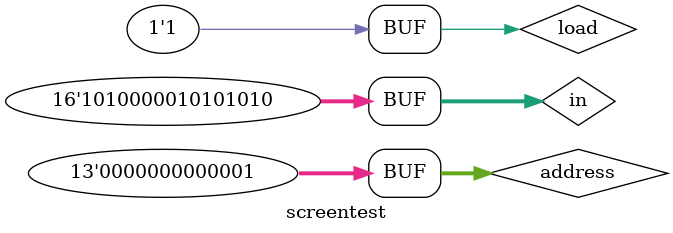
<source format=v>
`timescale 1ns / 1ps


module screentest;

	// Inputs
	reg [15:0] in;
	reg [12:0] address;
	reg load;
	

	// Outputs
	wire [15:0] out;

	// Instantiate the Unit Under Test (UUT)
	screen uut (
		.in(in), 
		.address(address), 
		.load(load), 
		
		.out(out)
	);
	
	
	initial begin
		// Initialize Inputs
		in =16'h aaaa ;
		address = 0;
		load = 0;
		#10;
      
		  
		 in =16'h a0aa ;
		address = 0;
		load = 1;
		#10;
		
		in =16'h ffff ;
		address = 13'h15;
		load = 1;
		#10;
		
		
		in =16'h 1234 ;
		address = 14'h67;
		load = 1;
		#10;
		
		in =16'h45  ;
		address = 14'h67;
		load = 0;
		#10;
		
		
		in =16'h a0aa ;
		address = 1;
		load = 1;
		#20;
		// Add stimulus here

	end
    initial begin
		$monitor ("time=%t, in=%h, address=%h, load=%b , out=%h",$time,in,address,load,out);
		end
endmodule


</source>
